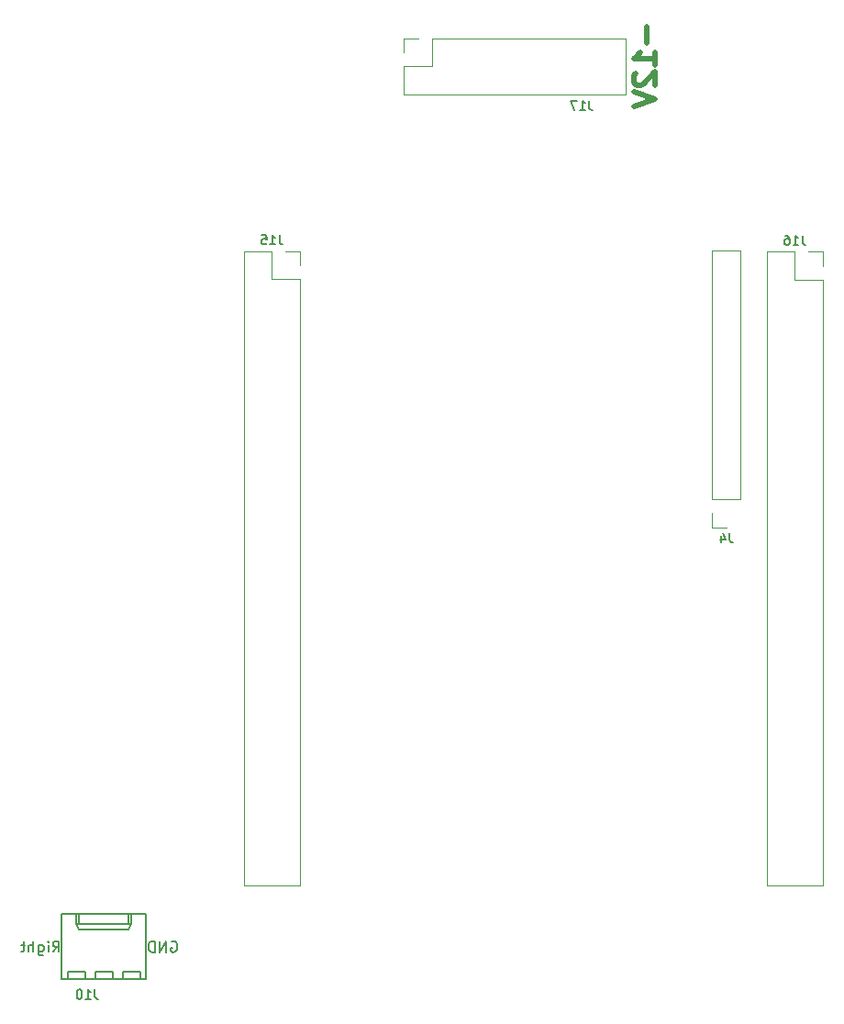
<source format=gbr>
G04 #@! TF.GenerationSoftware,KiCad,Pcbnew,(5.0.0-rc2-dev-787-g2d812c2)*
G04 #@! TF.CreationDate,2018-05-25T09:12:23+09:00*
G04 #@! TF.ProjectId,BLOCKSmodular-hardware,424C4F434B536D6F64756C61722D6861,rev?*
G04 #@! TF.SameCoordinates,Original*
G04 #@! TF.FileFunction,Legend,Bot*
G04 #@! TF.FilePolarity,Positive*
%FSLAX46Y46*%
G04 Gerber Fmt 4.6, Leading zero omitted, Abs format (unit mm)*
G04 Created by KiCad (PCBNEW (5.0.0-rc2-dev-787-g2d812c2)) date *
%MOMM*%
%LPD*%
G01*
G04 APERTURE LIST*
%ADD10C,0.150000*%
%ADD11C,0.500000*%
%ADD12C,0.120000*%
G04 APERTURE END LIST*
D10*
X62579047Y-114732380D02*
X62912380Y-114256190D01*
X63150476Y-114732380D02*
X63150476Y-113732380D01*
X62769523Y-113732380D01*
X62674285Y-113780000D01*
X62626666Y-113827619D01*
X62579047Y-113922857D01*
X62579047Y-114065714D01*
X62626666Y-114160952D01*
X62674285Y-114208571D01*
X62769523Y-114256190D01*
X63150476Y-114256190D01*
X62150476Y-114732380D02*
X62150476Y-114065714D01*
X62150476Y-113732380D02*
X62198095Y-113780000D01*
X62150476Y-113827619D01*
X62102857Y-113780000D01*
X62150476Y-113732380D01*
X62150476Y-113827619D01*
X61245714Y-114065714D02*
X61245714Y-114875238D01*
X61293333Y-114970476D01*
X61340952Y-115018095D01*
X61436190Y-115065714D01*
X61579047Y-115065714D01*
X61674285Y-115018095D01*
X61245714Y-114684761D02*
X61340952Y-114732380D01*
X61531428Y-114732380D01*
X61626666Y-114684761D01*
X61674285Y-114637142D01*
X61721904Y-114541904D01*
X61721904Y-114256190D01*
X61674285Y-114160952D01*
X61626666Y-114113333D01*
X61531428Y-114065714D01*
X61340952Y-114065714D01*
X61245714Y-114113333D01*
X60769523Y-114732380D02*
X60769523Y-113732380D01*
X60340952Y-114732380D02*
X60340952Y-114208571D01*
X60388571Y-114113333D01*
X60483809Y-114065714D01*
X60626666Y-114065714D01*
X60721904Y-114113333D01*
X60769523Y-114160952D01*
X60007619Y-114065714D02*
X59626666Y-114065714D01*
X59864761Y-113732380D02*
X59864761Y-114589523D01*
X59817142Y-114684761D01*
X59721904Y-114732380D01*
X59626666Y-114732380D01*
X73501904Y-113790000D02*
X73597142Y-113742380D01*
X73740000Y-113742380D01*
X73882857Y-113790000D01*
X73978095Y-113885238D01*
X74025714Y-113980476D01*
X74073333Y-114170952D01*
X74073333Y-114313809D01*
X74025714Y-114504285D01*
X73978095Y-114599523D01*
X73882857Y-114694761D01*
X73740000Y-114742380D01*
X73644761Y-114742380D01*
X73501904Y-114694761D01*
X73454285Y-114647142D01*
X73454285Y-114313809D01*
X73644761Y-114313809D01*
X73025714Y-114742380D02*
X73025714Y-113742380D01*
X72454285Y-114742380D01*
X72454285Y-113742380D01*
X71978095Y-114742380D02*
X71978095Y-113742380D01*
X71740000Y-113742380D01*
X71597142Y-113790000D01*
X71501904Y-113885238D01*
X71454285Y-113980476D01*
X71406666Y-114170952D01*
X71406666Y-114313809D01*
X71454285Y-114504285D01*
X71501904Y-114599523D01*
X71597142Y-114694761D01*
X71740000Y-114742380D01*
X71978095Y-114742380D01*
D11*
X117422857Y-29346190D02*
X117422857Y-30870000D01*
X118184761Y-32870000D02*
X118184761Y-31727142D01*
X118184761Y-32298571D02*
X116184761Y-32298571D01*
X116470476Y-32108095D01*
X116660952Y-31917619D01*
X116756190Y-31727142D01*
X116375238Y-33631904D02*
X116280000Y-33727142D01*
X116184761Y-33917619D01*
X116184761Y-34393809D01*
X116280000Y-34584285D01*
X116375238Y-34679523D01*
X116565714Y-34774761D01*
X116756190Y-34774761D01*
X117041904Y-34679523D01*
X118184761Y-33536666D01*
X118184761Y-34774761D01*
X116184761Y-35346190D02*
X118184761Y-36012857D01*
X116184761Y-36679523D01*
D12*
G04 #@! TO.C,J4*
X123400000Y-50040000D02*
X126060000Y-50040000D01*
X123400000Y-72960000D02*
X123400000Y-50040000D01*
X126060000Y-72960000D02*
X126060000Y-50040000D01*
X123400000Y-72960000D02*
X126060000Y-72960000D01*
X123400000Y-74230000D02*
X123400000Y-75560000D01*
X123400000Y-75560000D02*
X124730000Y-75560000D01*
G04 #@! TO.C,J17*
X115420000Y-30410000D02*
X115420000Y-35610000D01*
X97580000Y-30410000D02*
X115420000Y-30410000D01*
X94980000Y-35610000D02*
X115420000Y-35610000D01*
X97580000Y-30410000D02*
X97580000Y-33010000D01*
X97580000Y-33010000D02*
X94980000Y-33010000D01*
X94980000Y-33010000D02*
X94980000Y-35610000D01*
X96310000Y-30410000D02*
X94980000Y-30410000D01*
X94980000Y-30410000D02*
X94980000Y-31740000D01*
G04 #@! TO.C,J15*
X85390000Y-108600000D02*
X80190000Y-108600000D01*
X85390000Y-52660000D02*
X85390000Y-108600000D01*
X80190000Y-50060000D02*
X80190000Y-108600000D01*
X85390000Y-52660000D02*
X82790000Y-52660000D01*
X82790000Y-52660000D02*
X82790000Y-50060000D01*
X82790000Y-50060000D02*
X80190000Y-50060000D01*
X85390000Y-51390000D02*
X85390000Y-50060000D01*
X85390000Y-50060000D02*
X84060000Y-50060000D01*
G04 #@! TO.C,J16*
X133660000Y-108620000D02*
X128460000Y-108620000D01*
X133660000Y-52680000D02*
X133660000Y-108620000D01*
X128460000Y-50080000D02*
X128460000Y-108620000D01*
X133660000Y-52680000D02*
X131060000Y-52680000D01*
X131060000Y-52680000D02*
X131060000Y-50080000D01*
X131060000Y-50080000D02*
X128460000Y-50080000D01*
X133660000Y-51410000D02*
X133660000Y-50080000D01*
X133660000Y-50080000D02*
X132330000Y-50080000D01*
D10*
G04 #@! TO.C,J10*
X63370000Y-117190000D02*
X63370000Y-111190000D01*
X63370000Y-111190000D02*
X71190000Y-111190000D01*
X71190000Y-111190000D02*
X71190000Y-117190000D01*
X71190000Y-117190000D02*
X63370000Y-117190000D01*
X64740000Y-111190000D02*
X64740000Y-112190000D01*
X64740000Y-112190000D02*
X69820000Y-112190000D01*
X69820000Y-112190000D02*
X69820000Y-111190000D01*
X64740000Y-112190000D02*
X64990000Y-112620000D01*
X64990000Y-112620000D02*
X69570000Y-112620000D01*
X69570000Y-112620000D02*
X69820000Y-112190000D01*
X64990000Y-111190000D02*
X64990000Y-112190000D01*
X69570000Y-111190000D02*
X69570000Y-112190000D01*
X63940000Y-117190000D02*
X63940000Y-116570000D01*
X63940000Y-116570000D02*
X65540000Y-116570000D01*
X65540000Y-116570000D02*
X65540000Y-117190000D01*
X66480000Y-117190000D02*
X66480000Y-116570000D01*
X66480000Y-116570000D02*
X68080000Y-116570000D01*
X68080000Y-116570000D02*
X68080000Y-117190000D01*
X69020000Y-117190000D02*
X69020000Y-116570000D01*
X69020000Y-116570000D02*
X70620000Y-116570000D01*
X70620000Y-116570000D02*
X70620000Y-117190000D01*
G04 #@! TO.C,J4*
X125013333Y-76094523D02*
X125013333Y-76701666D01*
X125053809Y-76823095D01*
X125134761Y-76904047D01*
X125256190Y-76944523D01*
X125337142Y-76944523D01*
X124244285Y-76377857D02*
X124244285Y-76944523D01*
X124446666Y-76054047D02*
X124649047Y-76661190D01*
X124122857Y-76661190D01*
G04 #@! TO.C,J17*
X112048095Y-36174523D02*
X112048095Y-36781666D01*
X112088571Y-36903095D01*
X112169523Y-36984047D01*
X112290952Y-37024523D01*
X112371904Y-37024523D01*
X111198095Y-37024523D02*
X111683809Y-37024523D01*
X111440952Y-37024523D02*
X111440952Y-36174523D01*
X111521904Y-36295952D01*
X111602857Y-36376904D01*
X111683809Y-36417380D01*
X110914761Y-36174523D02*
X110348095Y-36174523D01*
X110712380Y-37024523D01*
G04 #@! TO.C,J15*
X83478095Y-48594523D02*
X83478095Y-49201666D01*
X83518571Y-49323095D01*
X83599523Y-49404047D01*
X83720952Y-49444523D01*
X83801904Y-49444523D01*
X82628095Y-49444523D02*
X83113809Y-49444523D01*
X82870952Y-49444523D02*
X82870952Y-48594523D01*
X82951904Y-48715952D01*
X83032857Y-48796904D01*
X83113809Y-48837380D01*
X81859047Y-48594523D02*
X82263809Y-48594523D01*
X82304285Y-48999285D01*
X82263809Y-48958809D01*
X82182857Y-48918333D01*
X81980476Y-48918333D01*
X81899523Y-48958809D01*
X81859047Y-48999285D01*
X81818571Y-49080238D01*
X81818571Y-49282619D01*
X81859047Y-49363571D01*
X81899523Y-49404047D01*
X81980476Y-49444523D01*
X82182857Y-49444523D01*
X82263809Y-49404047D01*
X82304285Y-49363571D01*
G04 #@! TO.C,J16*
X131748095Y-48614523D02*
X131748095Y-49221666D01*
X131788571Y-49343095D01*
X131869523Y-49424047D01*
X131990952Y-49464523D01*
X132071904Y-49464523D01*
X130898095Y-49464523D02*
X131383809Y-49464523D01*
X131140952Y-49464523D02*
X131140952Y-48614523D01*
X131221904Y-48735952D01*
X131302857Y-48816904D01*
X131383809Y-48857380D01*
X130169523Y-48614523D02*
X130331428Y-48614523D01*
X130412380Y-48655000D01*
X130452857Y-48695476D01*
X130533809Y-48816904D01*
X130574285Y-48978809D01*
X130574285Y-49302619D01*
X130533809Y-49383571D01*
X130493333Y-49424047D01*
X130412380Y-49464523D01*
X130250476Y-49464523D01*
X130169523Y-49424047D01*
X130129047Y-49383571D01*
X130088571Y-49302619D01*
X130088571Y-49100238D01*
X130129047Y-49019285D01*
X130169523Y-48978809D01*
X130250476Y-48938333D01*
X130412380Y-48938333D01*
X130493333Y-48978809D01*
X130533809Y-49019285D01*
X130574285Y-49100238D01*
G04 #@! TO.C,J10*
X66428095Y-118204523D02*
X66428095Y-118811666D01*
X66468571Y-118933095D01*
X66549523Y-119014047D01*
X66670952Y-119054523D01*
X66751904Y-119054523D01*
X65578095Y-119054523D02*
X66063809Y-119054523D01*
X65820952Y-119054523D02*
X65820952Y-118204523D01*
X65901904Y-118325952D01*
X65982857Y-118406904D01*
X66063809Y-118447380D01*
X65051904Y-118204523D02*
X64970952Y-118204523D01*
X64890000Y-118245000D01*
X64849523Y-118285476D01*
X64809047Y-118366428D01*
X64768571Y-118528333D01*
X64768571Y-118730714D01*
X64809047Y-118892619D01*
X64849523Y-118973571D01*
X64890000Y-119014047D01*
X64970952Y-119054523D01*
X65051904Y-119054523D01*
X65132857Y-119014047D01*
X65173333Y-118973571D01*
X65213809Y-118892619D01*
X65254285Y-118730714D01*
X65254285Y-118528333D01*
X65213809Y-118366428D01*
X65173333Y-118285476D01*
X65132857Y-118245000D01*
X65051904Y-118204523D01*
G04 #@! TD*
M02*

</source>
